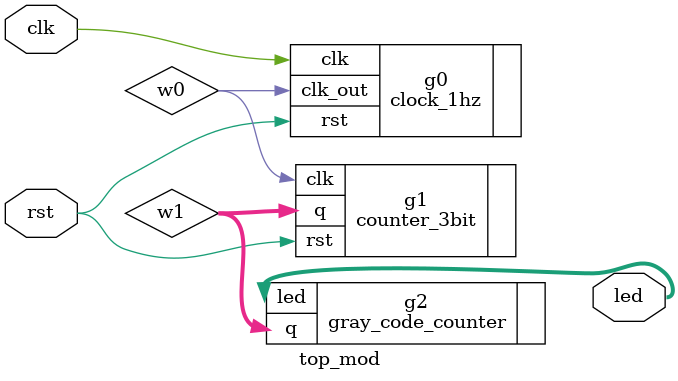
<source format=v>



module top_mod(
    output [2:0]led,
    input clk,rst
    );
    
    wire w0;
    wire[2:0]w1;
    clock_1hz g0(.clk_out(w0),.clk(clk),.rst(rst));
    counter_3bit g1(.q(w1),.clk(w0),.rst(rst));
    gray_code_counter g2(.led(led),.q(w1));
    
endmodule

</source>
